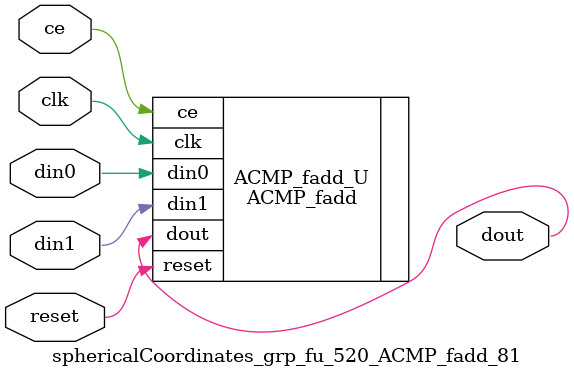
<source format=v>

`timescale 1 ns / 1 ps
module sphericalCoordinates_grp_fu_520_ACMP_fadd_81(
    clk,
    reset,
    ce,
    din0,
    din1,
    dout);

parameter ID = 32'd1;
parameter NUM_STAGE = 32'd1;
parameter din0_WIDTH = 32'd1;
parameter din1_WIDTH = 32'd1;
parameter dout_WIDTH = 32'd1;
input clk;
input reset;
input ce;
input[din0_WIDTH - 1:0] din0;
input[din1_WIDTH - 1:0] din1;
output[dout_WIDTH - 1:0] dout;



ACMP_fadd #(
.ID( ID ),
.NUM_STAGE( 4 ),
.din0_WIDTH( din0_WIDTH ),
.din1_WIDTH( din1_WIDTH ),
.dout_WIDTH( dout_WIDTH ))
ACMP_fadd_U(
    .clk( clk ),
    .reset( reset ),
    .ce( ce ),
    .din0( din0 ),
    .din1( din1 ),
    .dout( dout ));

endmodule

</source>
